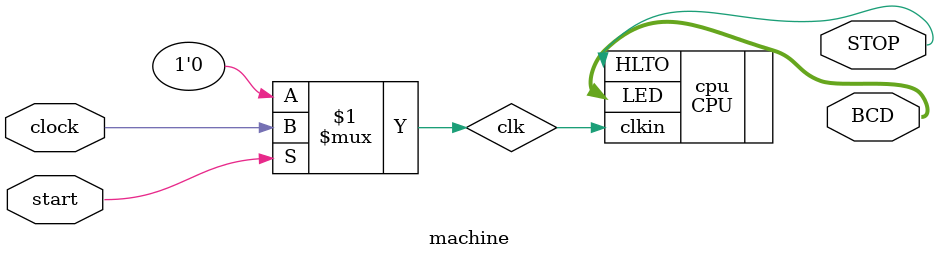
<source format=v>
`timescale 1ms/100us
`include "CPU.v"

module machine(input start,input clock, output [7:0] BCD,output STOP);
	wire clk;
	assign clk = start ? clock : 1'b0;
	CPU cpu(.clkin(clk), /*output [7:0] OutPut, */.LED(BCD),.HLTO(STOP));

endmodule


</source>
